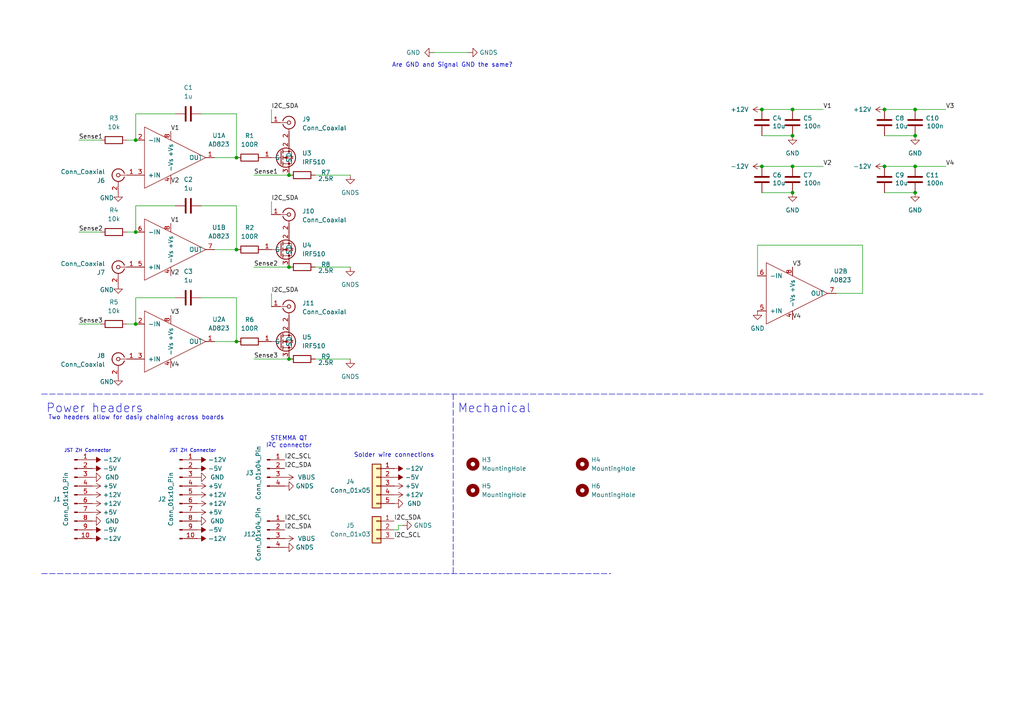
<source format=kicad_sch>
(kicad_sch (version 20250114) (generator "eeschema") (generator_version "9.0")
  (paper "A4")
  (title_block (title "???") (comment 1 "Designed by Jack Roth") (comment 2 "Compatible with Hammond Manufacturing series 1457"))
  (lib_symbols
    (symbol "Connector:Conn_01x04_Pin" (pin_names (offset 1.016) (hide yes))
      (property "Reference" "J" (at 0 5.08 0))
      (property "Value" "Conn_01x04_Pin" (at 0 -7.62 0))
      (symbol "Conn_01x04_Pin_1_1"
        (rectangle (start 0.8636 2.667) (end 0 2.413) (stroke (width 0.1524)) (fill (type outline)))
        (rectangle (start 0.8636 0.127) (end 0 -0.127) (stroke (width 0.1524)) (fill (type outline)))
        (rectangle (start 0.8636 -2.413) (end 0 -2.667) (stroke (width 0.1524)) (fill (type outline)))
        (rectangle (start 0.8636 -4.953) (end 0 -5.207) (stroke (width 0.1524)) (fill (type outline)))
        (polyline (pts (xy 1.27 2.54) (xy 0.8636 2.54)) (stroke (width 0.1524)))
        (polyline (pts (xy 1.27 0) (xy 0.8636 0)) (stroke (width 0.1524)))
        (polyline (pts (xy 1.27 -2.54) (xy 0.8636 -2.54)) (stroke (width 0.1524)))
        (polyline (pts (xy 1.27 -5.08) (xy 0.8636 -5.08)) (stroke (width 0.1524)))
        (pin passive line (at 5.08 2.54 180) (length 3.81) (name "Pin_1") (number "1"))
        (pin passive line (at 5.08 0 180) (length 3.81) (name "Pin_2") (number "2"))
        (pin passive line (at 5.08 -2.54 180) (length 3.81) (name "Pin_3") (number "3"))
        (pin passive line (at 5.08 -5.08 180) (length 3.81) (name "Pin_4") (number "4"))
      )
    )
    (symbol "Connector:Conn_01x10_Pin" (pin_names (offset 1.016) (hide yes))
      (property "Reference" "J" (at 0 12.7 0))
      (property "Value" "Conn_01x10_Pin" (at 0 -15.24 0))
      (symbol "Conn_01x10_Pin_1_1"
        (rectangle (start 0.8636 10.287) (end 0 10.033) (stroke (width 0.1524)) (fill (type outline)))
        (rectangle (start 0.8636 7.747) (end 0 7.493) (stroke (width 0.1524)) (fill (type outline)))
        (rectangle (start 0.8636 5.207) (end 0 4.953) (stroke (width 0.1524)) (fill (type outline)))
        (rectangle (start 0.8636 2.667) (end 0 2.413) (stroke (width 0.1524)) (fill (type outline)))
        (rectangle (start 0.8636 0.127) (end 0 -0.127) (stroke (width 0.1524)) (fill (type outline)))
        (rectangle (start 0.8636 -2.413) (end 0 -2.667) (stroke (width 0.1524)) (fill (type outline)))
        (rectangle (start 0.8636 -4.953) (end 0 -5.207) (stroke (width 0.1524)) (fill (type outline)))
        (rectangle (start 0.8636 -7.493) (end 0 -7.747) (stroke (width 0.1524)) (fill (type outline)))
        (rectangle (start 0.8636 -10.033) (end 0 -10.287) (stroke (width 0.1524)) (fill (type outline)))
        (rectangle (start 0.8636 -12.573) (end 0 -12.827) (stroke (width 0.1524)) (fill (type outline)))
        (polyline (pts (xy 1.27 10.16) (xy 0.8636 10.16)) (stroke (width 0.1524)))
        (polyline (pts (xy 1.27 7.62) (xy 0.8636 7.62)) (stroke (width 0.1524)))
        (polyline (pts (xy 1.27 5.08) (xy 0.8636 5.08)) (stroke (width 0.1524)))
        (polyline (pts (xy 1.27 2.54) (xy 0.8636 2.54)) (stroke (width 0.1524)))
        (polyline (pts (xy 1.27 0) (xy 0.8636 0)) (stroke (width 0.1524)))
        (polyline (pts (xy 1.27 -2.54) (xy 0.8636 -2.54)) (stroke (width 0.1524)))
        (polyline (pts (xy 1.27 -5.08) (xy 0.8636 -5.08)) (stroke (width 0.1524)))
        (polyline (pts (xy 1.27 -7.62) (xy 0.8636 -7.62)) (stroke (width 0.1524)))
        (polyline (pts (xy 1.27 -10.16) (xy 0.8636 -10.16)) (stroke (width 0.1524)))
        (polyline (pts (xy 1.27 -12.7) (xy 0.8636 -12.7)) (stroke (width 0.1524)))
        (pin passive line (at 5.08 10.16 180) (length 3.81) (name "Pin_1") (number "1"))
        (pin passive line (at 5.08 7.62 180) (length 3.81) (name "Pin_2") (number "2"))
        (pin passive line (at 5.08 5.08 180) (length 3.81) (name "Pin_3") (number "3"))
        (pin passive line (at 5.08 2.54 180) (length 3.81) (name "Pin_4") (number "4"))
        (pin passive line (at 5.08 0 180) (length 3.81) (name "Pin_5") (number "5"))
        (pin passive line (at 5.08 -2.54 180) (length 3.81) (name "Pin_6") (number "6"))
        (pin passive line (at 5.08 -5.08 180) (length 3.81) (name "Pin_7") (number "7"))
        (pin passive line (at 5.08 -7.62 180) (length 3.81) (name "Pin_8") (number "8"))
        (pin passive line (at 5.08 -10.16 180) (length 3.81) (name "Pin_9") (number "9"))
        (pin passive line (at 5.08 -12.7 180) (length 3.81) (name "Pin_10") (number "10"))
      )
    )
    (symbol "Connector:Conn_Coaxial" (pin_names (offset 1.016) (hide yes))
      (property "Reference" "J" (at 0.254 3.048 0))
      (property "Value" "Conn_Coaxial" (at 2.921 0 90))
      (symbol "Conn_Coaxial_0_1"
        (polyline (pts (xy -2.54 0) (xy -0.508 0)))
        (arc (start 1.778 0) (mid 0.222 -1.8079) (end -1.778 -0.508) (stroke (width 0.254)))
        (arc (start -1.778 0.508) (mid 0.2221 1.8084) (end 1.778 0) (stroke (width 0.254)))
        (circle (center 0 0) (radius 0.508) (stroke (width 0.2032)))
        (polyline (pts (xy 0 -2.54) (xy 0 -1.778)))
      )
      (symbol "Conn_Coaxial_1_1"
        (pin passive line (at -5.08 0 0) (length 2.54) (name "In") (number "1"))
        (pin passive line (at 0 -5.08 90) (length 2.54) (name "Ext") (number "2"))
      )
    )
    (symbol "Connector_Generic:Conn_01x03" (pin_names (offset 1.016) (hide yes))
      (property "Reference" "J" (at 0 5.08 0))
      (property "Value" "Conn_01x03" (at 0 -5.08 0))
      (symbol "Conn_01x03_1_1"
        (rectangle (start -1.27 3.81) (end 1.27 -3.81) (stroke (width 0.254)) (fill (type background)))
        (rectangle (start -1.27 2.667) (end 0 2.413) (stroke (width 0.1524)))
        (rectangle (start -1.27 0.127) (end 0 -0.127) (stroke (width 0.1524)))
        (rectangle (start -1.27 -2.413) (end 0 -2.667) (stroke (width 0.1524)))
        (pin passive line (at -5.08 2.54 0) (length 3.81) (name "Pin_1") (number "1"))
        (pin passive line (at -5.08 0 0) (length 3.81) (name "Pin_2") (number "2"))
        (pin passive line (at -5.08 -2.54 0) (length 3.81) (name "Pin_3") (number "3"))
      )
    )
    (symbol "Connector_Generic:Conn_01x05" (pin_names (offset 1.016) (hide yes))
      (property "Reference" "J" (at 0 7.62 0))
      (property "Value" "Conn_01x05" (at 0 -7.62 0))
      (symbol "Conn_01x05_1_1"
        (rectangle (start -1.27 6.35) (end 1.27 -6.35) (stroke (width 0.254)) (fill (type background)))
        (rectangle (start -1.27 5.207) (end 0 4.953) (stroke (width 0.1524)))
        (rectangle (start -1.27 2.667) (end 0 2.413) (stroke (width 0.1524)))
        (rectangle (start -1.27 0.127) (end 0 -0.127) (stroke (width 0.1524)))
        (rectangle (start -1.27 -2.413) (end 0 -2.667) (stroke (width 0.1524)))
        (rectangle (start -1.27 -4.953) (end 0 -5.207) (stroke (width 0.1524)))
        (pin passive line (at -5.08 5.08 0) (length 3.81) (name "Pin_1") (number "1"))
        (pin passive line (at -5.08 2.54 0) (length 3.81) (name "Pin_2") (number "2"))
        (pin passive line (at -5.08 0 0) (length 3.81) (name "Pin_3") (number "3"))
        (pin passive line (at -5.08 -2.54 0) (length 3.81) (name "Pin_4") (number "4"))
        (pin passive line (at -5.08 -5.08 0) (length 3.81) (name "Pin_5") (number "5"))
      )
    )
    (symbol "Device:C" (pin_numbers (hide yes)) (pin_names (offset 0.254))
      (property "Reference" "C" (at 0.635 2.54 0))
      (property "Value" "C" (at 0.635 -2.54 0))
      (symbol "C_0_1"
        (polyline (pts (xy -2.032 0.762) (xy 2.032 0.762)) (stroke (width 0.508)))
        (polyline (pts (xy -2.032 -0.762) (xy 2.032 -0.762)) (stroke (width 0.508)))
      )
      (symbol "C_1_1"
        (pin passive line (at 0 3.81 270) (length 2.794) (name "~") (number "1"))
        (pin passive line (at 0 -3.81 90) (length 2.794) (name "~") (number "2"))
      )
    )
    (symbol "Device:R" (pin_numbers (hide yes)) (pin_names (offset 0))
      (property "Reference" "R" (at 2.032 0 90))
      (property "Value" "R" (at 0 0 90))
      (symbol "R_0_1"
        (rectangle (start -1.016 -2.54) (end 1.016 2.54) (stroke (width 0.254)))
      )
      (symbol "R_1_1"
        (pin passive line (at 0 3.81 270) (length 1.27) (name "~") (number "1"))
        (pin passive line (at 0 -3.81 90) (length 1.27) (name "~") (number "2"))
      )
    )
    (symbol "Mechanical:MountingHole" (pin_names (offset 1.016)) (exclude_from_sim yes) (in_bom no)
      (property "Reference" "H" (at 0 5.08 0))
      (property "Value" "MountingHole" (at 0 3.175 0))
      (symbol "MountingHole_0_1"
        (circle (center 0 0) (radius 1.27) (stroke (width 1.27)))
      )
    )
    (symbol "matterwaves_symbol:AD823" (pin_names (offset 1.016))
      (property "Reference" "U" (at -11.43 1.27 0))
      (property "Value" "AD823" (at -11.43 -1.27 0))
      (symbol "AD823_0_1"
        (polyline (pts (xy 10.16 0) (xy -7.62 -8.89) (xy -7.62 8.89) (xy 10.16 0)))
        (pin passive line (at 0 7.62 270) (length 2.54) (name "+Vs") (number "8"))
        (pin passive line (at 0 -7.62 90) (length 2.54) (name "-Vs") (number "4"))
      )
      (symbol "AD823_1_1"
        (pin passive line (at -10.16 5.08 0) (length 2.54) (name "-IN") (number "2"))
        (pin passive line (at -10.16 -5.08 0) (length 2.54) (name "+IN") (number "3"))
        (pin passive line (at 12.7 0 180) (length 2.54) (name "OUT") (number "1"))
      )
      (symbol "AD823_2_1"
        (pin passive line (at -10.16 5.08 0) (length 2.54) (name "-IN") (number "6"))
        (pin passive line (at -10.16 -5.08 0) (length 2.54) (name "+IN") (number "5"))
        (pin passive line (at 12.7 0 180) (length 2.54) (name "OUT") (number "7"))
      )
    )
    (symbol "matterwaves_symbol:IRF520" (pin_names (offset 1.016))
      (property "Reference" "U" (at 3.81 1.27 0))
      (property "Value" "IRF520" (at 6.35 -1.27 0))
      (symbol "IRF520_1_1"
        (polyline (pts (xy -2.286 1.905) (xy -2.286 -1.905)) (stroke (width 0.254)))
        (polyline (pts (xy -2.286 0) (xy -5.08 0)))
        (polyline (pts (xy -1.778 2.286) (xy -1.778 1.27)) (stroke (width 0.254)))
        (polyline (pts (xy -1.778 0.508) (xy -1.778 -0.508)) (stroke (width 0.254)))
        (polyline (pts (xy -1.778 -1.27) (xy -1.778 -2.286)) (stroke (width 0.254)))
        (polyline (pts (xy -1.778 -1.778) (xy 0.762 -1.778) (xy 0.762 1.778) (xy -1.778 1.778)))
        (polyline (pts (xy -1.524 0) (xy -0.508 0.381) (xy -0.508 -0.381) (xy -1.524 0)) (fill (type outline)))
        (circle (center -0.889 0) (radius 2.794) (stroke (width 0.254)))
        (polyline (pts (xy 0 2.54) (xy 0 1.778)))
        (circle (center 0 1.778) (radius 0.254) (fill (type outline)))
        (circle (center 0 -1.778) (radius 0.254) (fill (type outline)))
        (polyline (pts (xy 0 -2.54) (xy 0 0) (xy -1.778 0)))
        (polyline (pts (xy 0.254 0.508) (xy 0.381 0.381) (xy 1.143 0.381) (xy 1.27 0.254)))
        (polyline (pts (xy 0.762 0.381) (xy 0.381 -0.254) (xy 1.143 -0.254) (xy 0.762 0.381)))
        (pin input line (at -7.62 0 0) (length 2.54) (name "G") (number "1"))
        (pin passive line (at 0 5.08 270) (length 2.54) (name "D") (number "2"))
        (pin passive line (at 0 -5.08 90) (length 2.54) (name "S") (number "3"))
      )
    )
    (symbol "power:+12V" (power) (pin_numbers (hide yes)) (pin_names (offset 0) (hide yes))
      (property "Value" "+12V" (at 0 3.556 0))
      (symbol "+12V_0_1"
        (polyline (pts (xy -0.762 1.27) (xy 0 2.54)))
        (polyline (pts (xy 0 2.54) (xy 0.762 1.27)))
        (polyline (pts (xy 0 0) (xy 0 2.54)))
      )
      (symbol "+12V_1_1"
        (pin power_in line (at 0 0 90) (length 0) (name "~") (number "1"))
      )
    )
    (symbol "power:+5V" (power) (pin_numbers (hide yes)) (pin_names (offset 0) (hide yes))
      (property "Value" "+5V" (at 0 3.556 0))
      (symbol "+5V_0_1"
        (polyline (pts (xy -0.762 1.27) (xy 0 2.54)))
        (polyline (pts (xy 0 2.54) (xy 0.762 1.27)))
        (polyline (pts (xy 0 0) (xy 0 2.54)))
      )
      (symbol "+5V_1_1"
        (pin power_in line (at 0 0 90) (length 0) (name "~") (number "1"))
      )
    )
    (symbol "power:-12V" (power) (pin_numbers (hide yes)) (pin_names (offset 0) (hide yes))
      (property "Value" "-12V" (at 0 3.556 0))
      (symbol "-12V_0_0"
        (pin power_in line (at 0 0 90) (length 0) (name "~") (number "1"))
      )
      (symbol "-12V_0_1"
        (polyline (pts (xy 0 0) (xy 0 1.27) (xy 0.762 1.27) (xy 0 2.54) (xy -0.762 1.27) (xy 0 1.27)) (fill (type outline)))
      )
    )
    (symbol "power:-5V" (power) (pin_numbers (hide yes)) (pin_names (offset 0) (hide yes))
      (property "Value" "-5V" (at 0 3.556 0))
      (symbol "-5V_0_0"
        (pin power_in line (at 0 0 90) (length 0) (name "~") (number "1"))
      )
      (symbol "-5V_0_1"
        (polyline (pts (xy 0 0) (xy 0 1.27) (xy 0.762 1.27) (xy 0 2.54) (xy -0.762 1.27) (xy 0 1.27)) (fill (type outline)))
      )
    )
    (symbol "power:GND" (power) (pin_numbers (hide yes)) (pin_names (offset 0) (hide yes))
      (property "Value" "GND" (at 0 -3.81 0))
      (symbol "GND_0_1"
        (polyline (pts (xy 0 0) (xy 0 -1.27) (xy 1.27 -1.27) (xy 0 -2.54) (xy -1.27 -1.27) (xy 0 -1.27)))
      )
      (symbol "GND_1_1"
        (pin power_in line (at 0 0 270) (length 0) (name "~") (number "1"))
      )
    )
    (symbol "power:GNDS" (power) (pin_numbers (hide yes)) (pin_names (offset 0) (hide yes))
      (property "Value" "GNDS" (at 0 -3.81 0))
      (symbol "GNDS_0_1"
        (polyline (pts (xy 0 0) (xy 0 -1.27) (xy 1.27 -1.27) (xy 0 -2.54) (xy -1.27 -1.27) (xy 0 -1.27)))
      )
      (symbol "GNDS_1_1"
        (pin power_in line (at 0 0 270) (length 0) (name "~") (number "1"))
      )
    )
    (symbol "power:VBUS" (power) (pin_numbers (hide yes)) (pin_names (offset 0) (hide yes))
      (property "Value" "VBUS" (at 0 3.556 0))
      (symbol "VBUS_0_1"
        (polyline (pts (xy -0.762 1.27) (xy 0 2.54)))
        (polyline (pts (xy 0 2.54) (xy 0.762 1.27)))
        (polyline (pts (xy 0 0) (xy 0 2.54)))
      )
      (symbol "VBUS_1_1"
        (pin power_in line (at 0 0 90) (length 0) (name "~") (number "1"))
      )
    )
  )
  (text "Solder wire connections" (at 114.3 132.08 0) (effects (font (size 1.27 1.27))))
  (text "Are GND and Signal GND the same?" (at 113.665 19.685 0) (effects (font (size 1.27 1.27)) (justify left bottom)))
  (text "Mechanical" (at 132.715 120.015 0) (effects (font (size 2.54 2.54)) (justify left bottom)))
  (text "STEMMA QT\nI^{2}C connector" (at 83.82 128.27 0) (effects (font (size 1.27 1.27))))
  (text "JST ZH Connector" (at 55.88 130.81 0) (effects (font (size 1 1))))
  (text "Power headers" (at 13.335 120.015 0) (effects (font (size 2.54 2.54)) (justify left bottom)))
  (text "Two headers allow for dasiy chaining across boards" (at 13.97 121.92 0) (effects (font (size 1.27 1.27)) (justify left bottom)))
  (text "JST ZH Connector" (at 25.4 130.81 0) (effects (font (size 1 1))))
  (junction (at 83.82 50.8))
  (junction (at 265.43 31.75))
  (junction (at 39.37 40.64))
  (junction (at 83.82 77.47))
  (junction (at 220.98 48.26))
  (junction (at 83.82 104.14))
  (junction (at 229.87 31.75))
  (junction (at 68.58 72.39))
  (junction (at 229.87 48.26))
  (junction (at 229.87 55.88))
  (junction (at 256.54 31.75))
  (junction (at 265.43 39.37))
  (junction (at 265.43 55.88))
  (junction (at 39.37 93.98))
  (junction (at 229.87 39.37))
  (junction (at 256.54 48.26))
  (junction (at 265.43 48.26))
  (junction (at 68.58 45.72))
  (junction (at 68.58 99.06))
  (junction (at 39.37 67.31))
  (junction (at 220.98 31.75))
  (wire (pts (xy 36.83 40.64) (xy 39.37 40.64)))
  (wire (pts (xy 58.42 33.02) (xy 68.58 33.02)))
  (wire (pts (xy 39.37 33.02) (xy 39.37 40.64)))
  (polyline (pts (xy 12.065 166.37) (xy 177.165 166.37)) (stroke (width 0) (type dash)))
  (wire (pts (xy 220.98 39.37) (xy 229.87 39.37)))
  (wire (pts (xy 242.57 85.09) (xy 250.19 85.09)))
  (wire (pts (xy 39.37 86.36) (xy 50.8 86.36)))
  (wire (pts (xy 58.42 86.36) (xy 68.58 86.36)))
  (wire (pts (xy 62.23 45.72) (xy 68.58 45.72)))
  (wire (pts (xy 22.86 67.31) (xy 29.21 67.31)))
  (wire (pts (xy 73.66 104.14) (xy 83.82 104.14)))
  (wire (pts (xy 250.19 71.12) (xy 219.71 71.12)))
  (wire (pts (xy 114.3 153.67) (xy 115.57 153.67)))
  (wire (pts (xy 78.74 58.42) (xy 78.74 62.23)))
  (wire (pts (xy 39.37 86.36) (xy 39.37 93.98)))
  (wire (pts (xy 68.58 86.36) (xy 68.58 99.06)))
  (wire (pts (xy 220.98 48.26) (xy 229.87 48.26)))
  (wire (pts (xy 256.54 55.88) (xy 265.43 55.88)))
  (wire (pts (xy 36.83 67.31) (xy 39.37 67.31)))
  (wire (pts (xy 22.86 93.98) (xy 29.21 93.98)))
  (wire (pts (xy 219.71 71.12) (xy 219.71 80.01)))
  (wire (pts (xy 115.57 152.4) (xy 115.57 153.67)))
  (wire (pts (xy 250.19 85.09) (xy 250.19 71.12)))
  (wire (pts (xy 101.6 50.8) (xy 91.44 50.8)))
  (wire (pts (xy 229.87 31.75) (xy 238.76 31.75)))
  (wire (pts (xy 58.42 59.69) (xy 68.58 59.69)))
  (wire (pts (xy 78.74 31.75) (xy 78.74 35.56)))
  (wire (pts (xy 101.6 77.47) (xy 91.44 77.47)))
  (wire (pts (xy 229.87 48.26) (xy 238.76 48.26)))
  (wire (pts (xy 78.74 85.09) (xy 78.74 88.9)))
  (polyline (pts (xy 131.445 114.3) (xy 131.445 166.37)) (stroke (width 0) (type dash)))
  (polyline (pts (xy 12.065 114.3) (xy 285.115 114.3)) (stroke (width 0) (type dash)))
  (wire (pts (xy 22.86 40.64) (xy 29.21 40.64)))
  (wire (pts (xy 220.98 55.88) (xy 229.87 55.88)))
  (wire (pts (xy 68.58 33.02) (xy 68.58 45.72)))
  (wire (pts (xy 73.66 77.47) (xy 83.82 77.47)))
  (wire (pts (xy 256.54 31.75) (xy 265.43 31.75)))
  (wire (pts (xy 256.54 48.26) (xy 265.43 48.26)))
  (wire (pts (xy 73.66 50.8) (xy 83.82 50.8)))
  (wire (pts (xy 125.73 15.24) (xy 135.89 15.24)))
  (wire (pts (xy 116.84 152.4) (xy 115.57 152.4)))
  (wire (pts (xy 256.54 39.37) (xy 265.43 39.37)))
  (wire (pts (xy 265.43 31.75) (xy 274.32 31.75)))
  (wire (pts (xy 39.37 33.02) (xy 50.8 33.02)))
  (wire (pts (xy 101.6 104.14) (xy 91.44 104.14)))
  (wire (pts (xy 68.58 59.69) (xy 68.58 72.39)))
  (wire (pts (xy 39.37 67.31) (xy 39.37 59.69)))
  (wire (pts (xy 220.98 31.75) (xy 229.87 31.75)))
  (wire (pts (xy 39.37 59.69) (xy 50.8 59.69)))
  (wire (pts (xy 36.83 93.98) (xy 39.37 93.98)))
  (wire (pts (xy 265.43 48.26) (xy 274.32 48.26)))
  (wire (pts (xy 62.23 72.39) (xy 68.58 72.39)))
  (wire (pts (xy 62.23 99.06) (xy 68.58 99.06)))
  (label "Sense2" (at 22.86 67.31 0))
  (label "V1" (at 49.53 64.77 0))
  (label "Sense3" (at 22.86 93.98 0))
  (label "I2C_SDA" (at 114.3 151.13 0))
  (label "Sense3" (at 73.66 104.14 0))
  (label "Sense1" (at 73.66 50.8 0))
  (label "V1" (at 238.76 31.75 0))
  (label "V1" (at 49.53 38.1 0))
  (label "I2C_SCL" (at 82.55 151.13 0))
  (label "V2" (at 49.53 53.34 0))
  (label "Sense2" (at 73.66 77.47 0))
  (label "I2C_SDA" (at 82.55 135.89 0))
  (label "I2C_SCL" (at 114.3 156.21 0))
  (label "I2C_SDA" (at 78.74 58.42 0))
  (label "V3" (at 229.87 77.47 0))
  (label "V3" (at 49.53 91.44 0))
  (label "I2C_SCL" (at 82.55 133.35 0))
  (label "Sense1" (at 22.86 40.64 0))
  (label "V4" (at 274.32 48.26 0))
  (label "I2C_SDA" (at 78.74 31.75 0))
  (label "I2C_SDA" (at 78.74 85.09 0))
  (label "V4" (at 229.87 92.71 0))
  (label "I2C_SDA" (at 82.55 153.67 0))
  (label "V4" (at 49.53 106.68 0))
  (label "V2" (at 49.53 80.01 0))
  (label "V3" (at 274.32 31.75 0))
  (label "V2" (at 238.76 48.26 0))
  (symbol (lib_id "matterwaves_symbol:AD823") (at 49.53 99.06 0) (unit 1)
    (property "Reference" "U2" (at 63.5 92.6398 0))
    (property "Value" "AD823" (at 63.5 95.1798 0))
    (property "Footprint" "Package_DIP:DIP-8_W7.62mm_Socket_LongPads" (effects (hide yes)))
  )
  (symbol (lib_id "power:-12V") (at 114.3 135.89 270) (unit 1)
    (property "Reference" "#PWR023" (effects (hide yes)))
    (property "Value" "-12V" (at 117.475 135.89 90) (effects (justify left)))
    (property "Description" "Power symbol creates a global label with name \"-12V\"" (effects (hide yes)))
  )
  (symbol (lib_id "Mechanical:MountingHole") (at 137.16 134.62 0) (unit 1) (exclude_from_sim yes) (in_bom no)
    (property "Reference" "H3" (at 139.7 133.3499 0) (effects (justify left)))
    (property "Value" "MountingHole" (at 139.7 135.8899 0) (effects (justify left)))
    (property "Footprint" "MountingHole:MountingHole_3.2mm_M3" (effects (hide yes)))
    (property "Description" "Mounting Hole without connection" (effects (hide yes)))
  )
  (symbol (lib_id "Device:R") (at 72.39 99.06 90) (unit 1)
    (property "Reference" "R6" (at 72.39 92.71 90))
    (property "Value" "100R" (at 72.39 95.25 90))
    (property "Footprint" "Resistor_THT:R_Axial_DIN0207_L6.3mm_D2.5mm_P10.16mm_Horizontal" (effects (hide yes)))
    (property "Description" "Resistor" (effects (hide yes)))
  )
  (symbol (lib_id "Device:C") (at 220.98 52.07 180) (unit 1)
    (property "Reference" "C6" (at 224.028 50.8 0) (effects (justify right)))
    (property "Value" "10u" (at 224.028 53.086 0) (effects (justify right)))
    (property "Footprint" "Capacitor_THT:C_Disc_D4.3mm_W1.9mm_P5.00mm" (effects (hide yes)))
    (property "Description" "Unpolarized capacitor" (effects (hide yes)))
  )
  (symbol (lib_id "power:-12V") (at 57.15 156.21 270) (unit 1)
    (property "Reference" "#PWR020" (effects (hide yes)))
    (property "Value" "-12V" (at 60.325 156.21 90) (effects (justify left)))
    (property "Description" "Power symbol creates a global label with name \"-12V\"" (effects (hide yes)))
  )
  (symbol (lib_id "Device:R") (at 87.63 77.47 90) (unit 1)
    (property "Reference" "R8" (at 94.488 76.708 90))
    (property "Value" "2.5R" (at 94.488 78.486 90))
    (property "Footprint" "Resistor_THT:R_Axial_Power_L25.0mm_W6.4mm_P30.48mm" (effects (hide yes)))
    (property "Description" "Resistor" (effects (hide yes)))
  )
  (symbol (lib_id "power:GND") (at 114.3 146.05 90) (unit 1)
    (property "Reference" "#PWR027" (effects (hide yes)))
    (property "Value" "GND" (at 118.11 146.05 90) (effects (justify right)))
    (property "Description" "Power symbol creates a global label with name \"GND\" , ground" (effects (hide yes)))
  )
  (symbol (lib_id "power:VBUS") (at 82.55 156.21 270) (unit 1)
    (property "Reference" "#PWR031" (effects (hide yes)))
    (property "Value" "VBUS" (at 86.36 156.2099 90) (effects (justify left)))
    (property "Description" "Power symbol creates a global label with name \"VBUS\"" (effects (hide yes)))
  )
  (symbol (lib_id "Device:R") (at 33.02 40.64 90) (unit 1)
    (property "Reference" "R3" (at 33.02 34.29 90))
    (property "Value" "10k" (at 33.02 36.83 90))
    (property "Footprint" "Resistor_THT:R_Axial_DIN0207_L6.3mm_D2.5mm_P10.16mm_Horizontal" (effects (hide yes)))
    (property "Description" "Resistor" (effects (hide yes)))
  )
  (symbol (lib_id "Device:C") (at 265.43 35.56 180) (unit 1)
    (property "Reference" "C10" (at 268.478 34.29 0) (effects (justify right)))
    (property "Value" "100n" (at 268.732 36.576 0) (effects (justify right)))
    (property "Footprint" "Capacitor_THT:C_Disc_D4.3mm_W1.9mm_P5.00mm" (effects (hide yes)))
    (property "Description" "Unpolarized capacitor" (effects (hide yes)))
  )
  (symbol (lib_id "power:+12V") (at 26.67 146.05 270) (unit 1)
    (property "Reference" "#PWR06" (effects (hide yes)))
    (property "Value" "+12V" (at 29.845 146.05 90) (effects (justify left)))
    (property "Description" "Power symbol creates a global label with name \"+12V\"" (effects (hide yes)))
  )
  (symbol (lib_id "power:GND") (at 57.15 151.13 90) (unit 1)
    (property "Reference" "#PWR018" (effects (hide yes)))
    (property "Value" "GND" (at 60.96 151.13 90) (effects (justify right)))
    (property "Description" "Power symbol creates a global label with name \"GND\" , ground" (effects (hide yes)))
  )
  (symbol (lib_id "Connector:Conn_01x04_Pin") (at 77.47 153.67 0) (unit 1)
    (property "Reference" "J12" (at 72.39 154.94 0))
    (property "Value" "Conn_01x04_Pin" (at 74.93 154.94 90))
    (property "Footprint" "Connector_JST:JST_PH_S4B-PH-K_1x04_P2.00mm_Horizontal" (effects (hide yes)))
    (property "Description" "Generic connector, single row, 01x04, script generated" (effects (hide yes)))
    (property "Digikey PN" "455-1721-ND" (effects (hide yes)))
  )
  (symbol (lib_id "Device:C") (at 256.54 52.07 180) (unit 1)
    (property "Reference" "C9" (at 259.588 50.8 0) (effects (justify right)))
    (property "Value" "10u" (at 259.588 53.086 0) (effects (justify right)))
    (property "Footprint" "Capacitor_THT:C_Disc_D4.3mm_W1.9mm_P5.00mm" (effects (hide yes)))
    (property "Description" "Unpolarized capacitor" (effects (hide yes)))
  )
  (symbol (lib_id "power:+5V") (at 26.67 140.97 270) (unit 1)
    (property "Reference" "#PWR04" (effects (hide yes)))
    (property "Value" "+5V" (at 29.845 140.97 90) (effects (justify left)))
    (property "Description" "Power symbol creates a global label with name \"+5V\"" (effects (hide yes)))
  )
  (symbol (lib_id "power:GNDS") (at 101.6 104.14 0) (unit 1)
    (property "Reference" "#PWR035" (effects (hide yes)))
    (property "Value" "GNDS" (at 101.6 109.22 0))
    (property "Description" "Power symbol creates a global label with name \"GNDS\" , signal ground" (effects (hide yes)))
  )
  (symbol (lib_id "power:GND") (at 219.71 90.17 0) (unit 1)
    (property "Reference" "#PWR047" (effects (hide yes)))
    (property "Value" "GND" (at 219.71 95.25 0))
    (property "Description" "Power symbol creates a global label with name \"GND\" , ground" (effects (hide yes)))
  )
  (symbol (lib_id "Connector_Generic:Conn_01x03") (at 109.22 153.67 0) (mirror y) (unit 1)
    (property "Reference" "J5" (at 101.6 152.4 0))
    (property "Value" "Conn_01x03" (at 101.6 154.94 0))
    (property "Footprint" "Connector_Wire:SolderWire-0.75sqmm_1x03_P4.8mm_D1.25mm_OD2.3mm" (effects (hide yes)))
    (property "Description" "Generic connector, single row, 01x03, script generated (kicad-library-utils/schlib/autogen/connector/)" (effects (hide yes)))
  )
  (symbol (lib_id "power:+12V") (at 57.15 143.51 270) (unit 1)
    (property "Reference" "#PWR015" (effects (hide yes)))
    (property "Value" "+12V" (at 60.325 143.51 90) (effects (justify left)))
    (property "Description" "Power symbol creates a global label with name \"+12V\"" (effects (hide yes)))
  )
  (symbol (lib_id "Connector:Conn_Coaxial") (at 83.82 62.23 0) (unit 1)
    (property "Reference" "J10" (at 87.63 61.2531 0) (effects (justify left)))
    (property "Value" "Conn_Coaxial" (at 87.63 63.7931 0) (effects (justify left)))
    (property "Footprint" "Connector_Coaxial:SMA_Molex_73251-1153_EdgeMount_Horizontal" (effects (hide yes)))
    (property "Description" "coaxial connector (BNC, SMA, SMB, SMC, Cinch/RCA, LEMO, ...)" (effects (hide yes)))
    (property "Digikey PN" "900-0732511153-ND" (effects (hide yes)))
  )
  (symbol (lib_id "Connector:Conn_Coaxial") (at 34.29 77.47 0) (mirror y) (unit 1)
    (property "Reference" "J7" (at 30.48 79.0333 0) (effects (justify left)))
    (property "Value" "Conn_Coaxial" (at 30.48 76.4933 0) (effects (justify left)))
    (property "Footprint" "Connector_Coaxial:SMA_Molex_73251-1153_EdgeMount_Horizontal" (effects (hide yes)))
    (property "Description" "coaxial connector (BNC, SMA, SMB, SMC, Cinch/RCA, LEMO, ...)" (effects (hide yes)))
    (property "Digikey PN" "900-0732511153-ND" (effects (hide yes)))
  )
  (symbol (lib_id "power:GND") (at 26.67 138.43 90) (unit 1)
    (property "Reference" "#PWR03" (effects (hide yes)))
    (property "Value" "GND" (at 30.48 138.43 90) (effects (justify right)))
    (property "Description" "Power symbol creates a global label with name \"GND\" , ground" (effects (hide yes)))
  )
  (symbol (lib_id "Device:R") (at 87.63 50.8 90) (unit 1)
    (property "Reference" "R7" (at 94.488 50.038 90))
    (property "Value" "2.5R" (at 94.488 51.816 90))
    (property "Footprint" "Resistor_THT:R_Axial_Power_L25.0mm_W6.4mm_P30.48mm" (effects (hide yes)))
    (property "Description" "Resistor" (effects (hide yes)))
  )
  (symbol (lib_id "Connector:Conn_01x10_Pin") (at 21.59 143.51 0) (unit 1)
    (property "Reference" "J1" (at 16.51 144.78 0))
    (property "Value" "Conn_01x10_Pin" (at 19.05 144.78 90))
    (property "Footprint" "Connector_JST:JST_ZH_B10B-ZR_1x10_P1.50mm_Vertical" (effects (hide yes)))
    (property "Description" "Generic connector, single row, 01x10, script generated" (effects (hide yes)))
    (property "Digikey PN" "455-S10B-ZR-ND" (effects (hide yes)))
  )
  (symbol (lib_id "Connector_Generic:Conn_01x05") (at 109.22 140.97 0) (mirror y) (unit 1)
    (property "Reference" "J4" (at 101.6 139.7 0))
    (property "Value" "Conn_01x05" (at 101.6 142.24 0))
    (property "Footprint" "Connector_Wire:SolderWire-0.75sqmm_1x05_P4.8mm_D1.25mm_OD2.3mm" (effects (hide yes)))
    (property "Description" "Generic connector, single row, 01x05, script generated (kicad-library-utils/schlib/autogen/connector/)" (effects (hide yes)))
  )
  (symbol (lib_id "power:+5V") (at 57.15 140.97 270) (unit 1)
    (property "Reference" "#PWR014" (effects (hide yes)))
    (property "Value" "+5V" (at 60.325 140.97 90) (effects (justify left)))
    (property "Description" "Power symbol creates a global label with name \"+5V\"" (effects (hide yes)))
  )
  (symbol (lib_id "Device:C") (at 229.87 52.07 180) (unit 1)
    (property "Reference" "C7" (at 232.918 50.8 0) (effects (justify right)))
    (property "Value" "100n" (at 233.172 53.086 0) (effects (justify right)))
    (property "Footprint" "Capacitor_THT:C_Disc_D4.3mm_W1.9mm_P5.00mm" (effects (hide yes)))
    (property "Description" "Unpolarized capacitor" (effects (hide yes)))
  )
  (symbol (lib_id "Device:R") (at 72.39 72.39 90) (unit 1)
    (property "Reference" "R2" (at 72.39 66.04 90))
    (property "Value" "100R" (at 72.39 68.58 90))
    (property "Footprint" "Resistor_THT:R_Axial_DIN0207_L6.3mm_D2.5mm_P10.16mm_Horizontal" (effects (hide yes)))
    (property "Description" "Resistor" (effects (hide yes)))
  )
  (symbol (lib_id "Connector:Conn_01x04_Pin") (at 77.47 135.89 0) (unit 1)
    (property "Reference" "J3" (at 72.39 137.16 0))
    (property "Value" "Conn_01x04_Pin" (at 74.93 137.16 90))
    (property "Footprint" "Connector_JST:JST_PH_S4B-PH-K_1x04_P2.00mm_Horizontal" (effects (hide yes)))
    (property "Description" "Generic connector, single row, 01x04, script generated" (effects (hide yes)))
    (property "Digikey PN" "455-1721-ND" (effects (hide yes)))
  )
  (symbol (lib_id "Device:R") (at 72.39 45.72 90) (unit 1)
    (property "Reference" "R1" (at 72.39 39.37 90))
    (property "Value" "100R" (at 72.39 41.91 90))
    (property "Footprint" "Resistor_THT:R_Axial_DIN0207_L6.3mm_D2.5mm_P10.16mm_Horizontal" (effects (hide yes)))
    (property "Description" "Resistor" (effects (hide yes)))
  )
  (symbol (lib_id "power:+5V") (at 26.67 148.59 270) (unit 1)
    (property "Reference" "#PWR07" (effects (hide yes)))
    (property "Value" "+5V" (at 29.845 148.59 90) (effects (justify left)))
    (property "Description" "Power symbol creates a global label with name \"+5V\"" (effects (hide yes)))
  )
  (symbol (lib_id "power:-5V") (at 26.67 153.67 270) (unit 1)
    (property "Reference" "#PWR09" (effects (hide yes)))
    (property "Value" "-5V" (at 29.845 153.67 90) (effects (justify left)))
    (property "Description" "Power symbol creates a global label with name \"-5V\"" (effects (hide yes)))
  )
  (symbol (lib_id "power:GND") (at 57.15 138.43 90) (unit 1)
    (property "Reference" "#PWR013" (effects (hide yes)))
    (property "Value" "GND" (at 60.96 138.43 90) (effects (justify right)))
    (property "Description" "Power symbol creates a global label with name \"GND\" , ground" (effects (hide yes)))
  )
  (symbol (lib_id "Device:C") (at 220.98 35.56 180) (unit 1)
    (property "Reference" "C4" (at 224.028 34.29 0) (effects (justify right)))
    (property "Value" "10u" (at 224.028 36.576 0) (effects (justify right)))
    (property "Footprint" "Capacitor_THT:C_Disc_D4.3mm_W1.9mm_P5.00mm" (effects (hide yes)))
    (property "Description" "Unpolarized capacitor" (effects (hide yes)))
  )
  (symbol (lib_id "power:GND") (at 26.67 151.13 90) (unit 1)
    (property "Reference" "#PWR08" (effects (hide yes)))
    (property "Value" "GND" (at 30.48 151.13 90) (effects (justify right)))
    (property "Description" "Power symbol creates a global label with name \"GND\" , ground" (effects (hide yes)))
  )
  (symbol (lib_id "Device:R") (at 33.02 67.31 90) (unit 1)
    (property "Reference" "R4" (at 33.02 60.96 90))
    (property "Value" "10k" (at 33.02 63.5 90))
    (property "Footprint" "Resistor_THT:R_Axial_DIN0207_L6.3mm_D2.5mm_P10.16mm_Horizontal" (effects (hide yes)))
    (property "Description" "Resistor" (effects (hide yes)))
  )
  (symbol (lib_id "matterwaves_symbol:IRF520") (at 83.82 72.39 0) (unit 1)
    (property "Reference" "U4" (at 87.63 71.1199 0) (effects (justify left)))
    (property "Value" "IRF510" (at 87.63 73.6599 0) (effects (justify left)))
    (property "Footprint" "Package_TO_SOT_THT:TO-220-3_Vertical" (effects (hide yes)))
    (property "Datasheet" "https://www.vishay.com/docs/91017/91017.pdf" (effects (hide yes)))
    (property "Digi-Key Part Number" "IRF520PBF-ND" (effects (hide yes)))
  )
  (symbol (lib_id "power:+12V") (at 57.15 146.05 270) (unit 1)
    (property "Reference" "#PWR016" (effects (hide yes)))
    (property "Value" "+12V" (at 60.325 146.05 90) (effects (justify left)))
    (property "Description" "Power symbol creates a global label with name \"+12V\"" (effects (hide yes)))
  )
  (symbol (lib_id "power:GNDS") (at 101.6 50.8 0) (unit 1)
    (property "Reference" "#PWR033" (effects (hide yes)))
    (property "Value" "GNDS" (at 101.6 55.88 0))
    (property "Description" "Power symbol creates a global label with name \"GNDS\" , signal ground" (effects (hide yes)))
  )
  (symbol (lib_id "Device:C") (at 54.61 59.69 90) (unit 1)
    (property "Reference" "C2" (at 54.61 52.07 90))
    (property "Value" "1u" (at 54.61 54.61 90))
    (property "Footprint" "Capacitor_THT:C_Disc_D4.3mm_W1.9mm_P5.00mm" (effects (hide yes)))
    (property "Description" "Unpolarized capacitor" (effects (hide yes)))
  )
  (symbol (lib_id "power:GND") (at 265.43 39.37 0) (unit 1)
    (property "Reference" "#PWR045" (effects (hide yes)))
    (property "Value" "GND" (at 265.43 44.45 0))
    (property "Description" "Power symbol creates a global label with name \"GND\" , ground" (effects (hide yes)))
  )
  (symbol (lib_id "Device:C") (at 229.87 35.56 180) (unit 1)
    (property "Reference" "C5" (at 232.918 34.29 0) (effects (justify right)))
    (property "Value" "100n" (at 233.172 36.576 0) (effects (justify right)))
    (property "Footprint" "Capacitor_THT:C_Disc_D4.3mm_W1.9mm_P5.00mm" (effects (hide yes)))
    (property "Description" "Unpolarized capacitor" (effects (hide yes)))
  )
  (symbol (lib_id "power:VBUS") (at 82.55 138.43 270) (unit 1)
    (property "Reference" "#PWR021" (effects (hide yes)))
    (property "Value" "VBUS" (at 86.36 138.4299 90) (effects (justify left)))
    (property "Description" "Power symbol creates a global label with name \"VBUS\"" (effects (hide yes)))
  )
  (symbol (lib_id "power:GNDS") (at 116.84 152.4 90) (unit 1)
    (property "Reference" "#PWR028" (effects (hide yes)))
    (property "Value" "GNDS" (at 120.015 152.4 90) (effects (justify right)))
    (property "Description" "Power symbol creates a global label with name \"GNDS\" , signal ground" (effects (hide yes)))
  )
  (symbol (lib_id "power:-5V") (at 57.15 153.67 270) (unit 1)
    (property "Reference" "#PWR019" (effects (hide yes)))
    (property "Value" "-5V" (at 60.325 153.67 90) (effects (justify left)))
    (property "Description" "Power symbol creates a global label with name \"-5V\"" (effects (hide yes)))
  )
  (symbol (lib_id "Device:C") (at 54.61 86.36 90) (unit 1)
    (property "Reference" "C3" (at 54.61 78.74 90))
    (property "Value" "1u" (at 54.61 81.28 90))
    (property "Footprint" "Capacitor_THT:C_Disc_D4.3mm_W1.9mm_P5.00mm" (effects (hide yes)))
    (property "Description" "Unpolarized capacitor" (effects (hide yes)))
  )
  (symbol (lib_id "Device:R") (at 33.02 93.98 90) (unit 1)
    (property "Reference" "R5" (at 33.02 87.63 90))
    (property "Value" "10k" (at 33.02 90.17 90))
    (property "Footprint" "Resistor_THT:R_Axial_DIN0207_L6.3mm_D2.5mm_P10.16mm_Horizontal" (effects (hide yes)))
    (property "Description" "Resistor" (effects (hide yes)))
  )
  (symbol (lib_id "Connector:Conn_Coaxial") (at 83.82 88.9 0) (unit 1)
    (property "Reference" "J11" (at 87.63 87.9231 0) (effects (justify left)))
    (property "Value" "Conn_Coaxial" (at 87.63 90.4631 0) (effects (justify left)))
    (property "Footprint" "Connector_Coaxial:SMA_Molex_73251-1153_EdgeMount_Horizontal" (effects (hide yes)))
    (property "Description" "coaxial connector (BNC, SMA, SMB, SMC, Cinch/RCA, LEMO, ...)" (effects (hide yes)))
    (property "Digikey PN" "900-0732511153-ND" (effects (hide yes)))
  )
  (symbol (lib_id "Device:C") (at 265.43 52.07 180) (unit 1)
    (property "Reference" "C11" (at 268.478 50.8 0) (effects (justify right)))
    (property "Value" "100n" (at 268.732 53.086 0) (effects (justify right)))
    (property "Footprint" "Capacitor_THT:C_Disc_D4.3mm_W1.9mm_P5.00mm" (effects (hide yes)))
    (property "Description" "Unpolarized capacitor" (effects (hide yes)))
  )
  (symbol (lib_id "matterwaves_symbol:IRF520") (at 83.82 45.72 0) (unit 1)
    (property "Reference" "U3" (at 87.63 44.4499 0) (effects (justify left)))
    (property "Value" "IRF510" (at 87.63 46.9899 0) (effects (justify left)))
    (property "Footprint" "Package_TO_SOT_THT:TO-220-3_Vertical" (effects (hide yes)))
    (property "Datasheet" "https://www.vishay.com/docs/91017/91017.pdf" (effects (hide yes)))
    (property "Digi-Key Part Number" "IRF520PBF-ND" (effects (hide yes)))
  )
  (symbol (lib_id "Mechanical:MountingHole") (at 137.16 142.24 0) (unit 1) (exclude_from_sim yes) (in_bom no)
    (property "Reference" "H5" (at 139.7 140.9699 0) (effects (justify left)))
    (property "Value" "MountingHole" (at 139.7 143.5099 0) (effects (justify left)))
    (property "Footprint" "MountingHole:MountingHole_3.2mm_M3" (effects (hide yes)))
    (property "Description" "Mounting Hole without connection" (effects (hide yes)))
  )
  (symbol (lib_id "Mechanical:MountingHole") (at 168.91 142.24 0) (unit 1) (exclude_from_sim yes) (in_bom no)
    (property "Reference" "H6" (at 171.45 140.9699 0) (effects (justify left)))
    (property "Value" "MountingHole" (at 171.45 143.5099 0) (effects (justify left)))
    (property "Footprint" "MountingHole:MountingHole_3.2mm_M3" (effects (hide yes)))
    (property "Description" "Mounting Hole without connection" (effects (hide yes)))
  )
  (symbol (lib_id "power:+12V") (at 220.98 31.75 90) (unit 1)
    (property "Reference" "#PWR037" (effects (hide yes)))
    (property "Value" "+12V" (at 217.17 31.7499 90) (effects (justify left)))
    (property "Description" "Power symbol creates a global label with name \"+12V\"" (effects (hide yes)))
  )
  (symbol (lib_id "power:GND") (at 229.87 39.37 0) (unit 1)
    (property "Reference" "#PWR036" (effects (hide yes)))
    (property "Value" "GND" (at 229.87 44.45 0))
    (property "Description" "Power symbol creates a global label with name \"GND\" , ground" (effects (hide yes)))
  )
  (symbol (lib_id "matterwaves_symbol:IRF520") (at 83.82 99.06 0) (unit 1)
    (property "Reference" "U5" (at 87.63 97.7899 0) (effects (justify left)))
    (property "Value" "IRF510" (at 87.63 100.3299 0) (effects (justify left)))
    (property "Footprint" "Package_TO_SOT_THT:TO-220-3_Vertical" (effects (hide yes)))
    (property "Datasheet" "https://www.vishay.com/docs/91017/91017.pdf" (effects (hide yes)))
    (property "Digi-Key Part Number" "IRF520PBF-ND" (effects (hide yes)))
  )
  (symbol (lib_id "power:-12V") (at 57.15 133.35 270) (unit 1)
    (property "Reference" "#PWR011" (effects (hide yes)))
    (property "Value" "-12V" (at 60.325 133.35 90) (effects (justify left)))
    (property "Description" "Power symbol creates a global label with name \"-12V\"" (effects (hide yes)))
  )
  (symbol (lib_id "power:GNDS") (at 101.6 77.47 0) (unit 1)
    (property "Reference" "#PWR034" (effects (hide yes)))
    (property "Value" "GNDS" (at 101.6 82.55 0))
    (property "Description" "Power symbol creates a global label with name \"GNDS\" , signal ground" (effects (hide yes)))
  )
  (symbol (lib_id "Connector:Conn_Coaxial") (at 34.29 104.14 0) (mirror y) (unit 1)
    (property "Reference" "J8" (at 30.48 103.1631 0) (effects (justify left)))
    (property "Value" "Conn_Coaxial" (at 30.48 105.7031 0) (effects (justify left)))
    (property "Footprint" "Connector_Coaxial:SMA_Molex_73251-1153_EdgeMount_Horizontal" (effects (hide yes)))
    (property "Description" "coaxial connector (BNC, SMA, SMB, SMC, Cinch/RCA, LEMO, ...)" (effects (hide yes)))
    (property "Digikey PN" "900-0732511153-ND" (effects (hide yes)))
  )
  (symbol (lib_id "matterwaves_symbol:AD823") (at 49.53 45.72 0) (unit 1)
    (property "Reference" "U1" (at 63.5 39.2998 0))
    (property "Value" "AD823" (at 63.5 41.8398 0))
    (property "Footprint" "Package_DIP:DIP-8_W7.62mm_Socket_LongPads" (effects (hide yes)))
  )
  (symbol (lib_id "power:+12V") (at 26.67 143.51 270) (unit 1)
    (property "Reference" "#PWR05" (effects (hide yes)))
    (property "Value" "+12V" (at 29.845 143.51 90) (effects (justify left)))
    (property "Description" "Power symbol creates a global label with name \"+12V\"" (effects (hide yes)))
  )
  (symbol (lib_id "power:GNDS") (at 82.55 158.75 90) (unit 1)
    (property "Reference" "#PWR032" (effects (hide yes)))
    (property "Value" "GNDS" (at 85.725 158.75 90) (effects (justify right)))
    (property "Description" "Power symbol creates a global label with name \"GNDS\" , signal ground" (effects (hide yes)))
  )
  (symbol (lib_id "power:-12V") (at 26.67 156.21 270) (unit 1)
    (property "Reference" "#PWR010" (effects (hide yes)))
    (property "Value" "-12V" (at 29.845 156.21 90) (effects (justify left)))
    (property "Description" "Power symbol creates a global label with name \"-12V\"" (effects (hide yes)))
  )
  (symbol (lib_id "Device:C") (at 54.61 33.02 90) (unit 1)
    (property "Reference" "C1" (at 54.61 25.4 90))
    (property "Value" "1u" (at 54.61 27.94 90))
    (property "Footprint" "Capacitor_THT:C_Disc_D4.3mm_W1.9mm_P5.00mm" (effects (hide yes)))
    (property "Description" "Unpolarized capacitor" (effects (hide yes)))
  )
  (symbol (lib_id "power:+12V") (at 256.54 31.75 90) (unit 1)
    (property "Reference" "#PWR043" (effects (hide yes)))
    (property "Value" "+12V" (at 252.73 31.7499 90) (effects (justify left)))
    (property "Description" "Power symbol creates a global label with name \"+12V\"" (effects (hide yes)))
  )
  (symbol (lib_id "power:-5V") (at 26.67 135.89 270) (unit 1)
    (property "Reference" "#PWR02" (effects (hide yes)))
    (property "Value" "-5V" (at 29.845 135.89 90) (effects (justify left)))
    (property "Description" "Power symbol creates a global label with name \"-5V\"" (effects (hide yes)))
  )
  (symbol (lib_id "power:GND") (at 265.43 55.88 0) (unit 1)
    (property "Reference" "#PWR046" (effects (hide yes)))
    (property "Value" "GND" (at 265.43 60.96 0))
    (property "Description" "Power symbol creates a global label with name \"GND\" , ground" (effects (hide yes)))
  )
  (symbol (lib_id "Mechanical:MountingHole") (at 168.91 134.62 0) (unit 1) (exclude_from_sim yes) (in_bom no)
    (property "Reference" "H4" (at 171.45 133.3499 0) (effects (justify left)))
    (property "Value" "MountingHole" (at 171.45 135.8899 0) (effects (justify left)))
    (property "Footprint" "MountingHole:MountingHole_3.2mm_M3" (effects (hide yes)))
    (property "Description" "Mounting Hole without connection" (effects (hide yes)))
  )
  (symbol (lib_id "power:+12V") (at 114.3 143.51 270) (unit 1)
    (property "Reference" "#PWR026" (effects (hide yes)))
    (property "Value" "+12V" (at 117.475 143.51 90) (effects (justify left)))
    (property "Description" "Power symbol creates a global label with name \"+12V\"" (effects (hide yes)))
  )
  (symbol (lib_id "Connector:Conn_Coaxial") (at 83.82 35.56 0) (unit 1)
    (property "Reference" "J9" (at 87.63 34.5831 0) (effects (justify left)))
    (property "Value" "Conn_Coaxial" (at 87.63 37.1231 0) (effects (justify left)))
    (property "Footprint" "Connector_Coaxial:SMA_Molex_73251-1153_EdgeMount_Horizontal" (effects (hide yes)))
    (property "Description" "coaxial connector (BNC, SMA, SMB, SMC, Cinch/RCA, LEMO, ...)" (effects (hide yes)))
    (property "Digikey PN" "900-0732511153-ND" (effects (hide yes)))
  )
  (symbol (lib_id "power:GND") (at 34.29 109.22 0) (unit 1)
    (property "Reference" "#PWR042" (effects (hide yes)))
    (property "Value" "GND" (at 30.988 110.744 0))
    (property "Description" "Power symbol creates a global label with name \"GND\" , ground" (effects (hide yes)))
  )
  (symbol (lib_id "Device:R") (at 87.63 104.14 90) (unit 1)
    (property "Reference" "R9" (at 94.488 103.378 90))
    (property "Value" "2.5R" (at 94.488 105.156 90))
    (property "Footprint" "Resistor_THT:R_Axial_Power_L25.0mm_W6.4mm_P30.48mm" (effects (hide yes)))
    (property "Description" "Resistor" (effects (hide yes)))
  )
  (symbol (lib_id "matterwaves_symbol:AD823") (at 49.53 72.39 0) (unit 2)
    (property "Reference" "U1" (at 63.5 65.9698 0))
    (property "Value" "AD823" (at 63.5 68.5098 0))
    (property "Footprint" "Package_DIP:DIP-8_W7.62mm_Socket_LongPads" (effects (hide yes)))
  )
  (symbol (lib_id "power:-12V") (at 26.67 133.35 270) (unit 1)
    (property "Reference" "#PWR01" (effects (hide yes)))
    (property "Value" "-12V" (at 29.845 133.35 90) (effects (justify left)))
    (property "Description" "Power symbol creates a global label with name \"-12V\"" (effects (hide yes)))
  )
  (symbol (lib_id "power:-5V") (at 114.3 138.43 270) (unit 1)
    (property "Reference" "#PWR024" (effects (hide yes)))
    (property "Value" "-5V" (at 117.475 138.43 90) (effects (justify left)))
    (property "Description" "Power symbol creates a global label with name \"-5V\"" (effects (hide yes)))
  )
  (symbol (lib_id "power:GNDS") (at 135.89 15.24 90) (unit 1)
    (property "Reference" "#PWR029" (effects (hide yes)))
    (property "Value" "GNDS" (at 139.065 15.24 90) (effects (justify right)))
    (property "Description" "Power symbol creates a global label with name \"GNDS\" , signal ground" (effects (hide yes)))
  )
  (symbol (lib_id "power:+5V") (at 114.3 140.97 270) (unit 1)
    (property "Reference" "#PWR025" (effects (hide yes)))
    (property "Value" "+5V" (at 117.475 140.97 90) (effects (justify left)))
    (property "Description" "Power symbol creates a global label with name \"+5V\"" (effects (hide yes)))
  )
  (symbol (lib_id "power:GND") (at 229.87 55.88 0) (unit 1)
    (property "Reference" "#PWR039" (effects (hide yes)))
    (property "Value" "GND" (at 229.87 60.96 0))
    (property "Description" "Power symbol creates a global label with name \"GND\" , ground" (effects (hide yes)))
  )
  (symbol (lib_id "power:GND") (at 34.29 55.88 0) (unit 1)
    (property "Reference" "#PWR040" (effects (hide yes)))
    (property "Value" "GND" (at 30.988 57.404 0))
    (property "Description" "Power symbol creates a global label with name \"GND\" , ground" (effects (hide yes)))
  )
  (symbol (lib_id "power:+5V") (at 57.15 148.59 270) (unit 1)
    (property "Reference" "#PWR017" (effects (hide yes)))
    (property "Value" "+5V" (at 60.325 148.59 90) (effects (justify left)))
    (property "Description" "Power symbol creates a global label with name \"+5V\"" (effects (hide yes)))
  )
  (symbol (lib_id "Connector:Conn_Coaxial") (at 34.29 50.8 0) (mirror y) (unit 1)
    (property "Reference" "J6" (at 30.48 52.3633 0) (effects (justify left)))
    (property "Value" "Conn_Coaxial" (at 30.48 49.8233 0) (effects (justify left)))
    (property "Footprint" "Connector_Coaxial:SMA_Molex_73251-1153_EdgeMount_Horizontal" (effects (hide yes)))
    (property "Description" "coaxial connector (BNC, SMA, SMB, SMC, Cinch/RCA, LEMO, ...)" (effects (hide yes)))
    (property "Digikey PN" "900-0732511153-ND" (effects (hide yes)))
  )
  (symbol (lib_id "power:+12V") (at 220.98 48.26 90) (unit 1)
    (property "Reference" "#PWR038" (effects (hide yes)))
    (property "Value" "-12V" (at 217.17 48.2599 90) (effects (justify left)))
    (property "Description" "Power symbol creates a global label with name \"+12V\"" (effects (hide yes)))
  )
  (symbol (lib_id "matterwaves_symbol:AD823") (at 229.87 85.09 0) (unit 2)
    (property "Reference" "U2" (at 243.84 78.6698 0))
    (property "Value" "AD823" (at 243.84 81.2098 0))
    (property "Footprint" "Package_DIP:DIP-8_W7.62mm_Socket_LongPads" (effects (hide yes)))
  )
  (symbol (lib_id "Connector:Conn_01x10_Pin") (at 52.07 143.51 0) (unit 1)
    (property "Reference" "J2" (at 46.99 144.78 0))
    (property "Value" "Conn_01x10_Pin" (at 49.53 144.78 90))
    (property "Footprint" "Connector_JST:JST_ZH_B10B-ZR_1x10_P1.50mm_Vertical" (effects (hide yes)))
    (property "Description" "Generic connector, single row, 01x10, script generated" (effects (hide yes)))
    (property "Digikey PN" "455-S10B-ZR-ND" (effects (hide yes)))
  )
  (symbol (lib_id "power:GND") (at 125.73 15.24 270) (unit 1)
    (property "Reference" "#PWR030" (effects (hide yes)))
    (property "Value" "GND" (at 121.92 15.24 90) (effects (justify right)))
    (property "Description" "Power symbol creates a global label with name \"GND\" , ground" (effects (hide yes)))
  )
  (symbol (lib_id "power:+12V") (at 256.54 48.26 90) (unit 1)
    (property "Reference" "#PWR044" (effects (hide yes)))
    (property "Value" "-12V" (at 252.73 48.2599 90) (effects (justify left)))
    (property "Description" "Power symbol creates a global label with name \"+12V\"" (effects (hide yes)))
  )
  (symbol (lib_id "power:-5V") (at 57.15 135.89 270) (unit 1)
    (property "Reference" "#PWR012" (effects (hide yes)))
    (property "Value" "-5V" (at 60.325 135.89 90) (effects (justify left)))
    (property "Description" "Power symbol creates a global label with name \"-5V\"" (effects (hide yes)))
  )
  (symbol (lib_id "Device:C") (at 256.54 35.56 180) (unit 1)
    (property "Reference" "C8" (at 259.588 34.29 0) (effects (justify right)))
    (property "Value" "10u" (at 259.588 36.576 0) (effects (justify right)))
    (property "Footprint" "Capacitor_THT:C_Disc_D4.3mm_W1.9mm_P5.00mm" (effects (hide yes)))
    (property "Description" "Unpolarized capacitor" (effects (hide yes)))
  )
  (symbol (lib_id "power:GND") (at 34.29 82.55 0) (unit 1)
    (property "Reference" "#PWR041" (effects (hide yes)))
    (property "Value" "GND" (at 30.988 84.074 0))
    (property "Description" "Power symbol creates a global label with name \"GND\" , ground" (effects (hide yes)))
  )
  (symbol (lib_id "power:GNDS") (at 82.55 140.97 90) (unit 1)
    (property "Reference" "#PWR022" (effects (hide yes)))
    (property "Value" "GNDS" (at 85.725 140.97 90) (effects (justify right)))
    (property "Description" "Power symbol creates a global label with name \"GNDS\" , signal ground" (effects (hide yes)))
  )
)
</source>
